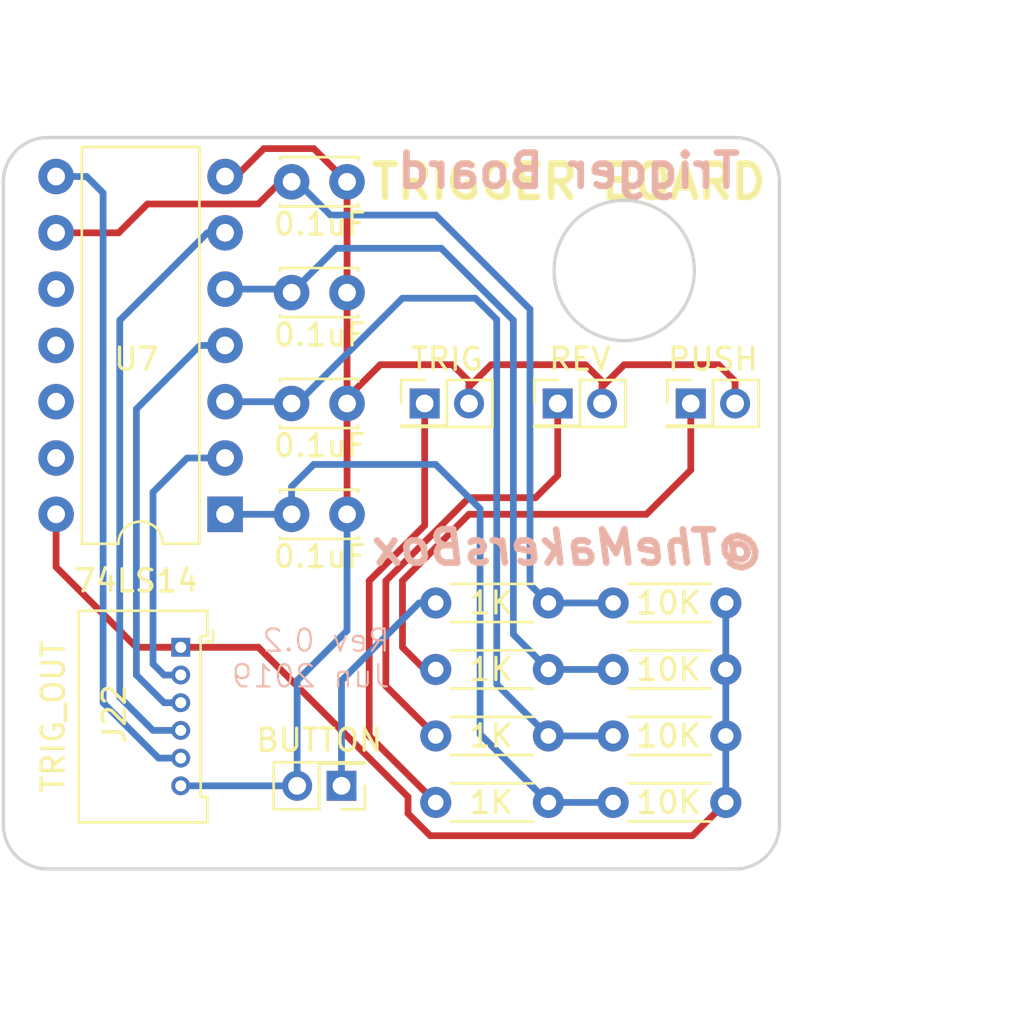
<source format=kicad_pcb>
(kicad_pcb (version 4) (host pcbnew 4.0.6)

  (general
    (links 34)
    (no_connects 0)
    (area 222.922999 85.665 271.419429 133.065001)
    (thickness 1.6)
    (drawings 27)
    (tracks 116)
    (zones 0)
    (modules 18)
    (nets 15)
  )

  (page A4)
  (title_block
    (date "lun. 30 mars 2015")
  )

  (layers
    (0 F.Cu signal)
    (31 B.Cu signal)
    (32 B.Adhes user)
    (33 F.Adhes user)
    (34 B.Paste user)
    (35 F.Paste user)
    (36 B.SilkS user)
    (37 F.SilkS user)
    (38 B.Mask user)
    (39 F.Mask user)
    (40 Dwgs.User user)
    (41 Cmts.User user)
    (42 Eco1.User user)
    (43 Eco2.User user)
    (44 Edge.Cuts user)
    (45 Margin user)
    (46 B.CrtYd user)
    (47 F.CrtYd user)
    (48 B.Fab user)
    (49 F.Fab user)
  )

  (setup
    (last_trace_width 0.25)
    (user_trace_width 0.254)
    (user_trace_width 0.3048)
    (user_trace_width 0.4064)
    (user_trace_width 0.6096)
    (user_trace_width 0.9144)
    (user_trace_width 1.524)
    (user_trace_width 2.032)
    (trace_clearance 0.2)
    (zone_clearance 0.508)
    (zone_45_only no)
    (trace_min 0.2)
    (segment_width 0.15)
    (edge_width 0.15)
    (via_size 0.6)
    (via_drill 0.4)
    (via_min_size 0.4)
    (via_min_drill 0.3)
    (uvia_size 0.3)
    (uvia_drill 0.1)
    (uvias_allowed no)
    (uvia_min_size 0.2)
    (uvia_min_drill 0.1)
    (pcb_text_width 0.3)
    (pcb_text_size 1.5 1.5)
    (mod_edge_width 0.15)
    (mod_text_size 1 1)
    (mod_text_width 0.15)
    (pad_size 3 3)
    (pad_drill 3)
    (pad_to_mask_clearance 0)
    (aux_axis_origin 110.998 126.365)
    (grid_origin 110.998 126.365)
    (visible_elements 7FFFFFFF)
    (pcbplotparams
      (layerselection 0x010f0_80000001)
      (usegerberextensions true)
      (excludeedgelayer true)
      (linewidth 0.100000)
      (plotframeref false)
      (viasonmask false)
      (mode 1)
      (useauxorigin false)
      (hpglpennumber 1)
      (hpglpenspeed 20)
      (hpglpendiameter 15)
      (hpglpenoverlay 2)
      (psnegative false)
      (psa4output false)
      (plotreference true)
      (plotvalue true)
      (plotinvisibletext false)
      (padsonsilk false)
      (subtractmaskfromsilk false)
      (outputformat 1)
      (mirror false)
      (drillshape 0)
      (scaleselection 1)
      (outputdirectory gerbers/))
  )

  (net 0 "")
  (net 1 GND)
  (net 2 VCC)
  (net 3 /TRIG)
  (net 4 "Net-(C6-Pad1)")
  (net 5 "Net-(C7-Pad1)")
  (net 6 "Net-(C8-Pad1)")
  (net 7 "Net-(C10-Pad1)")
  (net 8 "Net-(J6-Pad1)")
  (net 9 "Net-(J19-Pad1)")
  (net 10 "Net-(J20-Pad1)")
  (net 11 "Net-(J21-Pad1)")
  (net 12 /REV)
  (net 13 /PUSHER)
  (net 14 /BUTTON)

  (net_class Default "This is the default net class."
    (clearance 0.2)
    (trace_width 0.25)
    (via_dia 0.6)
    (via_drill 0.4)
    (uvia_dia 0.3)
    (uvia_drill 0.1)
    (add_net /BUTTON)
    (add_net /PUSHER)
    (add_net /REV)
    (add_net /TRIG)
    (add_net GND)
    (add_net "Net-(C10-Pad1)")
    (add_net "Net-(C6-Pad1)")
    (add_net "Net-(C7-Pad1)")
    (add_net "Net-(C8-Pad1)")
    (add_net "Net-(J19-Pad1)")
    (add_net "Net-(J20-Pad1)")
    (add_net "Net-(J21-Pad1)")
    (add_net "Net-(J6-Pad1)")
    (add_net VCC)
  )

  (module footprints:R__P5.08mm (layer F.Cu) (tedit 5CE6B6CD) (tstamp 5CDF7B01)
    (at 252.998 115.365)
    (descr "Resistor, Axial_DIN0204 series, Axial, Horizontal, pin pitch=5.08mm, 0.16666666666666666W = 1/6W, length*diameter=3.6*1.6mm^2, http://cdn-reichelt.de/documents/datenblatt/B400/1_4W%23YAG.pdf")
    (tags "Resistor Axial_DIN0204 series Axial Horizontal pin pitch 5.08mm 0.16666666666666666W = 1/6W length 3.6mm diameter 1.6mm")
    (path /5CE121EF)
    (fp_text reference R10 (at 0 0) (layer F.SilkS) hide
      (effects (font (size 1 1) (thickness 0.15)))
    )
    (fp_text value 10K (at 0 0) (layer F.SilkS)
      (effects (font (size 1 1) (thickness 0.15)))
    )
    (fp_line (start -1.76 -0.8) (end -1.76 0.8) (layer F.Fab) (width 0.1))
    (fp_line (start -1.76 0.8) (end 1.84 0.8) (layer F.Fab) (width 0.1))
    (fp_line (start 1.84 0.8) (end 1.84 -0.8) (layer F.Fab) (width 0.1))
    (fp_line (start 1.84 -0.8) (end -1.76 -0.8) (layer F.Fab) (width 0.1))
    (fp_line (start -2.5 0) (end -1.76 0) (layer F.Fab) (width 0.1))
    (fp_line (start 2.58 0) (end 1.84 0) (layer F.Fab) (width 0.1))
    (fp_line (start -1.82 -0.86) (end 1.9 -0.86) (layer F.SilkS) (width 0.12))
    (fp_line (start -1.82 0.86) (end 1.9 0.86) (layer F.SilkS) (width 0.12))
    (fp_line (start -3.45 -1.15) (end -3.45 1.15) (layer F.CrtYd) (width 0.05))
    (fp_line (start -3.45 1.15) (end 3.55 1.15) (layer F.CrtYd) (width 0.05))
    (fp_line (start 3.55 1.15) (end 3.55 -1.15) (layer F.CrtYd) (width 0.05))
    (fp_line (start 3.55 -1.15) (end -3.45 -1.15) (layer F.CrtYd) (width 0.05))
    (pad 1 thru_hole circle (at -2.5 0) (size 1.4 1.4) (drill 0.7) (layers *.Cu *.Mask)
      (net 6 "Net-(C8-Pad1)"))
    (pad 2 thru_hole oval (at 2.58 0) (size 1.4 1.4) (drill 0.7) (layers *.Cu *.Mask)
      (net 2 VCC))
    (model ${KISYS3DMOD}/Resistors_THT.3dshapes/R_Axial_DIN0204_L3.6mm_D1.6mm_P5.08mm_Horizontal.wrl
      (at (xyz 0 0 0))
      (scale (xyz 0.393701 0.393701 0.393701))
      (rotate (xyz 0 0 0))
    )
  )

  (module footprints:R__P5.08mm (layer F.Cu) (tedit 5CE6B6CD) (tstamp 5CDF7E49)
    (at 252.998 121.365)
    (descr "Resistor, Axial_DIN0204 series, Axial, Horizontal, pin pitch=5.08mm, 0.16666666666666666W = 1/6W, length*diameter=3.6*1.6mm^2, http://cdn-reichelt.de/documents/datenblatt/B400/1_4W%23YAG.pdf")
    (tags "Resistor Axial_DIN0204 series Axial Horizontal pin pitch 5.08mm 0.16666666666666666W = 1/6W length 3.6mm diameter 1.6mm")
    (path /5CE0DBDA)
    (fp_text reference R4 (at 0 0) (layer F.SilkS) hide
      (effects (font (size 1 1) (thickness 0.15)))
    )
    (fp_text value 10K (at 0 0) (layer F.SilkS)
      (effects (font (size 1 1) (thickness 0.15)))
    )
    (fp_line (start -1.76 -0.8) (end -1.76 0.8) (layer F.Fab) (width 0.1))
    (fp_line (start -1.76 0.8) (end 1.84 0.8) (layer F.Fab) (width 0.1))
    (fp_line (start 1.84 0.8) (end 1.84 -0.8) (layer F.Fab) (width 0.1))
    (fp_line (start 1.84 -0.8) (end -1.76 -0.8) (layer F.Fab) (width 0.1))
    (fp_line (start -2.5 0) (end -1.76 0) (layer F.Fab) (width 0.1))
    (fp_line (start 2.58 0) (end 1.84 0) (layer F.Fab) (width 0.1))
    (fp_line (start -1.82 -0.86) (end 1.9 -0.86) (layer F.SilkS) (width 0.12))
    (fp_line (start -1.82 0.86) (end 1.9 0.86) (layer F.SilkS) (width 0.12))
    (fp_line (start -3.45 -1.15) (end -3.45 1.15) (layer F.CrtYd) (width 0.05))
    (fp_line (start -3.45 1.15) (end 3.55 1.15) (layer F.CrtYd) (width 0.05))
    (fp_line (start 3.55 1.15) (end 3.55 -1.15) (layer F.CrtYd) (width 0.05))
    (fp_line (start 3.55 -1.15) (end -3.45 -1.15) (layer F.CrtYd) (width 0.05))
    (pad 1 thru_hole circle (at -2.5 0) (size 1.4 1.4) (drill 0.7) (layers *.Cu *.Mask)
      (net 4 "Net-(C6-Pad1)"))
    (pad 2 thru_hole oval (at 2.58 0) (size 1.4 1.4) (drill 0.7) (layers *.Cu *.Mask)
      (net 2 VCC))
    (model ${KISYS3DMOD}/Resistors_THT.3dshapes/R_Axial_DIN0204_L3.6mm_D1.6mm_P5.08mm_Horizontal.wrl
      (at (xyz 0 0 0))
      (scale (xyz 0.393701 0.393701 0.393701))
      (rotate (xyz 0 0 0))
    )
  )

  (module footprints:R__P5.08mm (layer F.Cu) (tedit 5CE6B6CD) (tstamp 5CDF7E55)
    (at 252.998 118.365)
    (descr "Resistor, Axial_DIN0204 series, Axial, Horizontal, pin pitch=5.08mm, 0.16666666666666666W = 1/6W, length*diameter=3.6*1.6mm^2, http://cdn-reichelt.de/documents/datenblatt/B400/1_4W%23YAG.pdf")
    (tags "Resistor Axial_DIN0204 series Axial Horizontal pin pitch 5.08mm 0.16666666666666666W = 1/6W length 3.6mm diameter 1.6mm")
    (path /5CE1198B)
    (fp_text reference R6 (at 0 0) (layer F.SilkS) hide
      (effects (font (size 1 1) (thickness 0.15)))
    )
    (fp_text value 10K (at 0 0) (layer F.SilkS)
      (effects (font (size 1 1) (thickness 0.15)))
    )
    (fp_line (start -1.76 -0.8) (end -1.76 0.8) (layer F.Fab) (width 0.1))
    (fp_line (start -1.76 0.8) (end 1.84 0.8) (layer F.Fab) (width 0.1))
    (fp_line (start 1.84 0.8) (end 1.84 -0.8) (layer F.Fab) (width 0.1))
    (fp_line (start 1.84 -0.8) (end -1.76 -0.8) (layer F.Fab) (width 0.1))
    (fp_line (start -2.5 0) (end -1.76 0) (layer F.Fab) (width 0.1))
    (fp_line (start 2.58 0) (end 1.84 0) (layer F.Fab) (width 0.1))
    (fp_line (start -1.82 -0.86) (end 1.9 -0.86) (layer F.SilkS) (width 0.12))
    (fp_line (start -1.82 0.86) (end 1.9 0.86) (layer F.SilkS) (width 0.12))
    (fp_line (start -3.45 -1.15) (end -3.45 1.15) (layer F.CrtYd) (width 0.05))
    (fp_line (start -3.45 1.15) (end 3.55 1.15) (layer F.CrtYd) (width 0.05))
    (fp_line (start 3.55 1.15) (end 3.55 -1.15) (layer F.CrtYd) (width 0.05))
    (fp_line (start 3.55 -1.15) (end -3.45 -1.15) (layer F.CrtYd) (width 0.05))
    (pad 1 thru_hole circle (at -2.5 0) (size 1.4 1.4) (drill 0.7) (layers *.Cu *.Mask)
      (net 5 "Net-(C7-Pad1)"))
    (pad 2 thru_hole oval (at 2.58 0) (size 1.4 1.4) (drill 0.7) (layers *.Cu *.Mask)
      (net 2 VCC))
    (model ${KISYS3DMOD}/Resistors_THT.3dshapes/R_Axial_DIN0204_L3.6mm_D1.6mm_P5.08mm_Horizontal.wrl
      (at (xyz 0 0 0))
      (scale (xyz 0.393701 0.393701 0.393701))
      (rotate (xyz 0 0 0))
    )
  )

  (module footprints:R__P5.08mm (layer F.Cu) (tedit 5CE6B6CD) (tstamp 5CDF7B07)
    (at 244.998 115.365)
    (descr "Resistor, Axial_DIN0204 series, Axial, Horizontal, pin pitch=5.08mm, 0.16666666666666666W = 1/6W, length*diameter=3.6*1.6mm^2, http://cdn-reichelt.de/documents/datenblatt/B400/1_4W%23YAG.pdf")
    (tags "Resistor Axial_DIN0204 series Axial Horizontal pin pitch 5.08mm 0.16666666666666666W = 1/6W length 3.6mm diameter 1.6mm")
    (path /5CE121F5)
    (fp_text reference R11 (at 0 0) (layer F.SilkS) hide
      (effects (font (size 1 1) (thickness 0.15)))
    )
    (fp_text value 1K (at 0 0) (layer F.SilkS)
      (effects (font (size 1 1) (thickness 0.15)))
    )
    (fp_line (start -1.76 -0.8) (end -1.76 0.8) (layer F.Fab) (width 0.1))
    (fp_line (start -1.76 0.8) (end 1.84 0.8) (layer F.Fab) (width 0.1))
    (fp_line (start 1.84 0.8) (end 1.84 -0.8) (layer F.Fab) (width 0.1))
    (fp_line (start 1.84 -0.8) (end -1.76 -0.8) (layer F.Fab) (width 0.1))
    (fp_line (start -2.5 0) (end -1.76 0) (layer F.Fab) (width 0.1))
    (fp_line (start 2.58 0) (end 1.84 0) (layer F.Fab) (width 0.1))
    (fp_line (start -1.82 -0.86) (end 1.9 -0.86) (layer F.SilkS) (width 0.12))
    (fp_line (start -1.82 0.86) (end 1.9 0.86) (layer F.SilkS) (width 0.12))
    (fp_line (start -3.45 -1.15) (end -3.45 1.15) (layer F.CrtYd) (width 0.05))
    (fp_line (start -3.45 1.15) (end 3.55 1.15) (layer F.CrtYd) (width 0.05))
    (fp_line (start 3.55 1.15) (end 3.55 -1.15) (layer F.CrtYd) (width 0.05))
    (fp_line (start 3.55 -1.15) (end -3.45 -1.15) (layer F.CrtYd) (width 0.05))
    (pad 1 thru_hole circle (at -2.5 0) (size 1.4 1.4) (drill 0.7) (layers *.Cu *.Mask)
      (net 10 "Net-(J20-Pad1)"))
    (pad 2 thru_hole oval (at 2.58 0) (size 1.4 1.4) (drill 0.7) (layers *.Cu *.Mask)
      (net 6 "Net-(C8-Pad1)"))
    (model ${KISYS3DMOD}/Resistors_THT.3dshapes/R_Axial_DIN0204_L3.6mm_D1.6mm_P5.08mm_Horizontal.wrl
      (at (xyz 0 0 0))
      (scale (xyz 0.393701 0.393701 0.393701))
      (rotate (xyz 0 0 0))
    )
  )

  (module footprints:R__P5.08mm (layer F.Cu) (tedit 5CE6B6CD) (tstamp 5CDF7E5B)
    (at 244.998 118.365)
    (descr "Resistor, Axial_DIN0204 series, Axial, Horizontal, pin pitch=5.08mm, 0.16666666666666666W = 1/6W, length*diameter=3.6*1.6mm^2, http://cdn-reichelt.de/documents/datenblatt/B400/1_4W%23YAG.pdf")
    (tags "Resistor Axial_DIN0204 series Axial Horizontal pin pitch 5.08mm 0.16666666666666666W = 1/6W length 3.6mm diameter 1.6mm")
    (path /5CE11991)
    (fp_text reference R7 (at 0 0) (layer F.SilkS) hide
      (effects (font (size 1 1) (thickness 0.15)))
    )
    (fp_text value 1K (at 0 0) (layer F.SilkS)
      (effects (font (size 1 1) (thickness 0.15)))
    )
    (fp_line (start -1.76 -0.8) (end -1.76 0.8) (layer F.Fab) (width 0.1))
    (fp_line (start -1.76 0.8) (end 1.84 0.8) (layer F.Fab) (width 0.1))
    (fp_line (start 1.84 0.8) (end 1.84 -0.8) (layer F.Fab) (width 0.1))
    (fp_line (start 1.84 -0.8) (end -1.76 -0.8) (layer F.Fab) (width 0.1))
    (fp_line (start -2.5 0) (end -1.76 0) (layer F.Fab) (width 0.1))
    (fp_line (start 2.58 0) (end 1.84 0) (layer F.Fab) (width 0.1))
    (fp_line (start -1.82 -0.86) (end 1.9 -0.86) (layer F.SilkS) (width 0.12))
    (fp_line (start -1.82 0.86) (end 1.9 0.86) (layer F.SilkS) (width 0.12))
    (fp_line (start -3.45 -1.15) (end -3.45 1.15) (layer F.CrtYd) (width 0.05))
    (fp_line (start -3.45 1.15) (end 3.55 1.15) (layer F.CrtYd) (width 0.05))
    (fp_line (start 3.55 1.15) (end 3.55 -1.15) (layer F.CrtYd) (width 0.05))
    (fp_line (start 3.55 -1.15) (end -3.45 -1.15) (layer F.CrtYd) (width 0.05))
    (pad 1 thru_hole circle (at -2.5 0) (size 1.4 1.4) (drill 0.7) (layers *.Cu *.Mask)
      (net 8 "Net-(J6-Pad1)"))
    (pad 2 thru_hole oval (at 2.58 0) (size 1.4 1.4) (drill 0.7) (layers *.Cu *.Mask)
      (net 5 "Net-(C7-Pad1)"))
    (model ${KISYS3DMOD}/Resistors_THT.3dshapes/R_Axial_DIN0204_L3.6mm_D1.6mm_P5.08mm_Horizontal.wrl
      (at (xyz 0 0 0))
      (scale (xyz 0.393701 0.393701 0.393701))
      (rotate (xyz 0 0 0))
    )
  )

  (module footprints:R__P5.08mm (layer F.Cu) (tedit 5CE6B6CD) (tstamp 5CDF7E4F)
    (at 244.998 121.365)
    (descr "Resistor, Axial_DIN0204 series, Axial, Horizontal, pin pitch=5.08mm, 0.16666666666666666W = 1/6W, length*diameter=3.6*1.6mm^2, http://cdn-reichelt.de/documents/datenblatt/B400/1_4W%23YAG.pdf")
    (tags "Resistor Axial_DIN0204 series Axial Horizontal pin pitch 5.08mm 0.16666666666666666W = 1/6W length 3.6mm diameter 1.6mm")
    (path /5CE0DCF4)
    (fp_text reference R5 (at 0 0) (layer F.SilkS) hide
      (effects (font (size 1 1) (thickness 0.15)))
    )
    (fp_text value 1K (at 0 0) (layer F.SilkS)
      (effects (font (size 1 1) (thickness 0.15)))
    )
    (fp_line (start -1.76 -0.8) (end -1.76 0.8) (layer F.Fab) (width 0.1))
    (fp_line (start -1.76 0.8) (end 1.84 0.8) (layer F.Fab) (width 0.1))
    (fp_line (start 1.84 0.8) (end 1.84 -0.8) (layer F.Fab) (width 0.1))
    (fp_line (start 1.84 -0.8) (end -1.76 -0.8) (layer F.Fab) (width 0.1))
    (fp_line (start -2.5 0) (end -1.76 0) (layer F.Fab) (width 0.1))
    (fp_line (start 2.58 0) (end 1.84 0) (layer F.Fab) (width 0.1))
    (fp_line (start -1.82 -0.86) (end 1.9 -0.86) (layer F.SilkS) (width 0.12))
    (fp_line (start -1.82 0.86) (end 1.9 0.86) (layer F.SilkS) (width 0.12))
    (fp_line (start -3.45 -1.15) (end -3.45 1.15) (layer F.CrtYd) (width 0.05))
    (fp_line (start -3.45 1.15) (end 3.55 1.15) (layer F.CrtYd) (width 0.05))
    (fp_line (start 3.55 1.15) (end 3.55 -1.15) (layer F.CrtYd) (width 0.05))
    (fp_line (start 3.55 -1.15) (end -3.45 -1.15) (layer F.CrtYd) (width 0.05))
    (pad 1 thru_hole circle (at -2.5 0) (size 1.4 1.4) (drill 0.7) (layers *.Cu *.Mask)
      (net 9 "Net-(J19-Pad1)"))
    (pad 2 thru_hole oval (at 2.58 0) (size 1.4 1.4) (drill 0.7) (layers *.Cu *.Mask)
      (net 4 "Net-(C6-Pad1)"))
    (model ${KISYS3DMOD}/Resistors_THT.3dshapes/R_Axial_DIN0204_L3.6mm_D1.6mm_P5.08mm_Horizontal.wrl
      (at (xyz 0 0 0))
      (scale (xyz 0.393701 0.393701 0.393701))
      (rotate (xyz 0 0 0))
    )
  )

  (module footprints:C_Disc_D3.4mm_W2.1mm_P2.50mm (layer F.Cu) (tedit 5CE5B76E) (tstamp 5CE76671)
    (at 235.998 108.365)
    (descr "C, Disc series, Radial, pin pitch=2.50mm, , diameter*width=3.4*2.1mm^2, Capacitor, http://www.vishay.com/docs/45233/krseries.pdf")
    (tags "C Disc series Radial pin pitch 2.50mm  diameter 3.4mm width 2.1mm Capacitor")
    (path /5CE0DDB2)
    (fp_text reference C6 (at 1.25 -2.36) (layer F.SilkS) hide
      (effects (font (size 1 1) (thickness 0.15)))
    )
    (fp_text value 0.1uF (at 1.27 1.905) (layer F.SilkS)
      (effects (font (size 1 1) (thickness 0.15)))
    )
    (fp_line (start -0.45 -1.05) (end -0.45 1.05) (layer F.Fab) (width 0.1))
    (fp_line (start -0.45 1.05) (end 2.95 1.05) (layer F.Fab) (width 0.1))
    (fp_line (start 2.95 1.05) (end 2.95 -1.05) (layer F.Fab) (width 0.1))
    (fp_line (start 2.95 -1.05) (end -0.45 -1.05) (layer F.Fab) (width 0.1))
    (fp_line (start -0.51 -1.11) (end 3.01 -1.11) (layer F.SilkS) (width 0.12))
    (fp_line (start -0.51 1.11) (end 3.01 1.11) (layer F.SilkS) (width 0.12))
    (fp_line (start -0.51 -1.11) (end -0.51 -0.996) (layer F.SilkS) (width 0.12))
    (fp_line (start -0.51 0.996) (end -0.51 1.11) (layer F.SilkS) (width 0.12))
    (fp_line (start 3.01 -1.11) (end 3.01 -0.996) (layer F.SilkS) (width 0.12))
    (fp_line (start 3.01 0.996) (end 3.01 1.11) (layer F.SilkS) (width 0.12))
    (fp_line (start -1.05 -1.4) (end -1.05 1.4) (layer F.CrtYd) (width 0.05))
    (fp_line (start -1.05 1.4) (end 3.55 1.4) (layer F.CrtYd) (width 0.05))
    (fp_line (start 3.55 1.4) (end 3.55 -1.4) (layer F.CrtYd) (width 0.05))
    (fp_line (start 3.55 -1.4) (end -1.05 -1.4) (layer F.CrtYd) (width 0.05))
    (fp_text user %R (at 1.25 0) (layer F.Fab)
      (effects (font (size 1 1) (thickness 0.15)))
    )
    (pad 1 thru_hole circle (at 0 0) (size 1.6 1.6) (drill 0.8) (layers *.Cu *.Mask)
      (net 4 "Net-(C6-Pad1)"))
    (pad 2 thru_hole circle (at 2.5 0) (size 1.6 1.6) (drill 0.8) (layers *.Cu *.Mask)
      (net 1 GND))
    (model ${KISYS3DMOD}/Capacitors_THT.3dshapes/C_Disc_D3.4mm_W2.1mm_P2.50mm.wrl
      (at (xyz 0 0 0))
      (scale (xyz 1 1 1))
      (rotate (xyz 0 0 0))
    )
  )

  (module footprints:C_Disc_D3.4mm_W2.1mm_P2.50mm (layer F.Cu) (tedit 5CE5B76E) (tstamp 5CE76685)
    (at 235.998 103.365)
    (descr "C, Disc series, Radial, pin pitch=2.50mm, , diameter*width=3.4*2.1mm^2, Capacitor, http://www.vishay.com/docs/45233/krseries.pdf")
    (tags "C Disc series Radial pin pitch 2.50mm  diameter 3.4mm width 2.1mm Capacitor")
    (path /5CE11997)
    (fp_text reference C7 (at 1.25 -2.36) (layer F.SilkS) hide
      (effects (font (size 1 1) (thickness 0.15)))
    )
    (fp_text value 0.1uF (at 1.27 1.905) (layer F.SilkS)
      (effects (font (size 1 1) (thickness 0.15)))
    )
    (fp_line (start -0.45 -1.05) (end -0.45 1.05) (layer F.Fab) (width 0.1))
    (fp_line (start -0.45 1.05) (end 2.95 1.05) (layer F.Fab) (width 0.1))
    (fp_line (start 2.95 1.05) (end 2.95 -1.05) (layer F.Fab) (width 0.1))
    (fp_line (start 2.95 -1.05) (end -0.45 -1.05) (layer F.Fab) (width 0.1))
    (fp_line (start -0.51 -1.11) (end 3.01 -1.11) (layer F.SilkS) (width 0.12))
    (fp_line (start -0.51 1.11) (end 3.01 1.11) (layer F.SilkS) (width 0.12))
    (fp_line (start -0.51 -1.11) (end -0.51 -0.996) (layer F.SilkS) (width 0.12))
    (fp_line (start -0.51 0.996) (end -0.51 1.11) (layer F.SilkS) (width 0.12))
    (fp_line (start 3.01 -1.11) (end 3.01 -0.996) (layer F.SilkS) (width 0.12))
    (fp_line (start 3.01 0.996) (end 3.01 1.11) (layer F.SilkS) (width 0.12))
    (fp_line (start -1.05 -1.4) (end -1.05 1.4) (layer F.CrtYd) (width 0.05))
    (fp_line (start -1.05 1.4) (end 3.55 1.4) (layer F.CrtYd) (width 0.05))
    (fp_line (start 3.55 1.4) (end 3.55 -1.4) (layer F.CrtYd) (width 0.05))
    (fp_line (start 3.55 -1.4) (end -1.05 -1.4) (layer F.CrtYd) (width 0.05))
    (fp_text user %R (at 1.25 0) (layer F.Fab)
      (effects (font (size 1 1) (thickness 0.15)))
    )
    (pad 1 thru_hole circle (at 0 0) (size 1.6 1.6) (drill 0.8) (layers *.Cu *.Mask)
      (net 5 "Net-(C7-Pad1)"))
    (pad 2 thru_hole circle (at 2.5 0) (size 1.6 1.6) (drill 0.8) (layers *.Cu *.Mask)
      (net 1 GND))
    (model ${KISYS3DMOD}/Capacitors_THT.3dshapes/C_Disc_D3.4mm_W2.1mm_P2.50mm.wrl
      (at (xyz 0 0 0))
      (scale (xyz 1 1 1))
      (rotate (xyz 0 0 0))
    )
  )

  (module footprints:C_Disc_D3.4mm_W2.1mm_P2.50mm (layer F.Cu) (tedit 5CE5B76E) (tstamp 5CE76699)
    (at 235.998 98.365)
    (descr "C, Disc series, Radial, pin pitch=2.50mm, , diameter*width=3.4*2.1mm^2, Capacitor, http://www.vishay.com/docs/45233/krseries.pdf")
    (tags "C Disc series Radial pin pitch 2.50mm  diameter 3.4mm width 2.1mm Capacitor")
    (path /5CE121FB)
    (fp_text reference C8 (at 1.25 -2.36) (layer F.SilkS) hide
      (effects (font (size 1 1) (thickness 0.15)))
    )
    (fp_text value 0.1uF (at 1.27 1.905) (layer F.SilkS)
      (effects (font (size 1 1) (thickness 0.15)))
    )
    (fp_line (start -0.45 -1.05) (end -0.45 1.05) (layer F.Fab) (width 0.1))
    (fp_line (start -0.45 1.05) (end 2.95 1.05) (layer F.Fab) (width 0.1))
    (fp_line (start 2.95 1.05) (end 2.95 -1.05) (layer F.Fab) (width 0.1))
    (fp_line (start 2.95 -1.05) (end -0.45 -1.05) (layer F.Fab) (width 0.1))
    (fp_line (start -0.51 -1.11) (end 3.01 -1.11) (layer F.SilkS) (width 0.12))
    (fp_line (start -0.51 1.11) (end 3.01 1.11) (layer F.SilkS) (width 0.12))
    (fp_line (start -0.51 -1.11) (end -0.51 -0.996) (layer F.SilkS) (width 0.12))
    (fp_line (start -0.51 0.996) (end -0.51 1.11) (layer F.SilkS) (width 0.12))
    (fp_line (start 3.01 -1.11) (end 3.01 -0.996) (layer F.SilkS) (width 0.12))
    (fp_line (start 3.01 0.996) (end 3.01 1.11) (layer F.SilkS) (width 0.12))
    (fp_line (start -1.05 -1.4) (end -1.05 1.4) (layer F.CrtYd) (width 0.05))
    (fp_line (start -1.05 1.4) (end 3.55 1.4) (layer F.CrtYd) (width 0.05))
    (fp_line (start 3.55 1.4) (end 3.55 -1.4) (layer F.CrtYd) (width 0.05))
    (fp_line (start 3.55 -1.4) (end -1.05 -1.4) (layer F.CrtYd) (width 0.05))
    (fp_text user %R (at 1.25 0) (layer F.Fab)
      (effects (font (size 1 1) (thickness 0.15)))
    )
    (pad 1 thru_hole circle (at 0 0) (size 1.6 1.6) (drill 0.8) (layers *.Cu *.Mask)
      (net 6 "Net-(C8-Pad1)"))
    (pad 2 thru_hole circle (at 2.5 0) (size 1.6 1.6) (drill 0.8) (layers *.Cu *.Mask)
      (net 1 GND))
    (model ${KISYS3DMOD}/Capacitors_THT.3dshapes/C_Disc_D3.4mm_W2.1mm_P2.50mm.wrl
      (at (xyz 0 0 0))
      (scale (xyz 1 1 1))
      (rotate (xyz 0 0 0))
    )
  )

  (module footprints:C_Disc_D3.4mm_W2.1mm_P2.50mm (layer F.Cu) (tedit 5CE5B76E) (tstamp 5CF7D7FB)
    (at 235.998 93.365)
    (descr "C, Disc series, Radial, pin pitch=2.50mm, , diameter*width=3.4*2.1mm^2, Capacitor, http://www.vishay.com/docs/45233/krseries.pdf")
    (tags "C Disc series Radial pin pitch 2.50mm  diameter 3.4mm width 2.1mm Capacitor")
    (path /5CFBC345)
    (fp_text reference C10 (at 1.25 -2.36) (layer F.SilkS) hide
      (effects (font (size 1 1) (thickness 0.15)))
    )
    (fp_text value 0.1uF (at 1.27 1.905) (layer F.SilkS)
      (effects (font (size 1 1) (thickness 0.15)))
    )
    (fp_line (start -0.45 -1.05) (end -0.45 1.05) (layer F.Fab) (width 0.1))
    (fp_line (start -0.45 1.05) (end 2.95 1.05) (layer F.Fab) (width 0.1))
    (fp_line (start 2.95 1.05) (end 2.95 -1.05) (layer F.Fab) (width 0.1))
    (fp_line (start 2.95 -1.05) (end -0.45 -1.05) (layer F.Fab) (width 0.1))
    (fp_line (start -0.51 -1.11) (end 3.01 -1.11) (layer F.SilkS) (width 0.12))
    (fp_line (start -0.51 1.11) (end 3.01 1.11) (layer F.SilkS) (width 0.12))
    (fp_line (start -0.51 -1.11) (end -0.51 -0.996) (layer F.SilkS) (width 0.12))
    (fp_line (start -0.51 0.996) (end -0.51 1.11) (layer F.SilkS) (width 0.12))
    (fp_line (start 3.01 -1.11) (end 3.01 -0.996) (layer F.SilkS) (width 0.12))
    (fp_line (start 3.01 0.996) (end 3.01 1.11) (layer F.SilkS) (width 0.12))
    (fp_line (start -1.05 -1.4) (end -1.05 1.4) (layer F.CrtYd) (width 0.05))
    (fp_line (start -1.05 1.4) (end 3.55 1.4) (layer F.CrtYd) (width 0.05))
    (fp_line (start 3.55 1.4) (end 3.55 -1.4) (layer F.CrtYd) (width 0.05))
    (fp_line (start 3.55 -1.4) (end -1.05 -1.4) (layer F.CrtYd) (width 0.05))
    (fp_text user %R (at 1.25 0) (layer F.Fab)
      (effects (font (size 1 1) (thickness 0.15)))
    )
    (pad 1 thru_hole circle (at 0 0) (size 1.6 1.6) (drill 0.8) (layers *.Cu *.Mask)
      (net 7 "Net-(C10-Pad1)"))
    (pad 2 thru_hole circle (at 2.5 0) (size 1.6 1.6) (drill 0.8) (layers *.Cu *.Mask)
      (net 1 GND))
    (model ${KISYS3DMOD}/Capacitors_THT.3dshapes/C_Disc_D3.4mm_W2.1mm_P2.50mm.wrl
      (at (xyz 0 0 0))
      (scale (xyz 1 1 1))
      (rotate (xyz 0 0 0))
    )
  )

  (module Pin_Headers:Pin_Header_Straight_2x01_Pitch2.00mm (layer F.Cu) (tedit 5CF938D1) (tstamp 5CF7D813)
    (at 241.998 103.365)
    (descr "Through hole straight pin header, 2x01, 2.00mm pitch, double rows")
    (tags "Through hole pin header THT 2x01 2.00mm double row")
    (path /5CFB4D63)
    (fp_text reference J19 (at 1 -2.06) (layer F.SilkS) hide
      (effects (font (size 1 1) (thickness 0.15)))
    )
    (fp_text value TRIG (at 1 -2) (layer F.SilkS)
      (effects (font (size 1 1) (thickness 0.15)))
    )
    (fp_line (start 0 -1) (end 3 -1) (layer F.Fab) (width 0.1))
    (fp_line (start 3 -1) (end 3 1) (layer F.Fab) (width 0.1))
    (fp_line (start 3 1) (end -1 1) (layer F.Fab) (width 0.1))
    (fp_line (start -1 1) (end -1 0) (layer F.Fab) (width 0.1))
    (fp_line (start -1 0) (end 0 -1) (layer F.Fab) (width 0.1))
    (fp_line (start -1.06 1.06) (end 3.06 1.06) (layer F.SilkS) (width 0.12))
    (fp_line (start -1.06 1) (end -1.06 1.06) (layer F.SilkS) (width 0.12))
    (fp_line (start 3.06 -1.06) (end 3.06 1.06) (layer F.SilkS) (width 0.12))
    (fp_line (start -1.06 1) (end 1 1) (layer F.SilkS) (width 0.12))
    (fp_line (start 1 1) (end 1 -1.06) (layer F.SilkS) (width 0.12))
    (fp_line (start 1 -1.06) (end 3.06 -1.06) (layer F.SilkS) (width 0.12))
    (fp_line (start -1.06 0) (end -1.06 -1.06) (layer F.SilkS) (width 0.12))
    (fp_line (start -1.06 -1.06) (end 0 -1.06) (layer F.SilkS) (width 0.12))
    (fp_line (start -1.5 -1.5) (end -1.5 1.5) (layer F.CrtYd) (width 0.05))
    (fp_line (start -1.5 1.5) (end 3.5 1.5) (layer F.CrtYd) (width 0.05))
    (fp_line (start 3.5 1.5) (end 3.5 -1.5) (layer F.CrtYd) (width 0.05))
    (fp_line (start 3.5 -1.5) (end -1.5 -1.5) (layer F.CrtYd) (width 0.05))
    (fp_text user %R (at 1 0 90) (layer F.Fab)
      (effects (font (size 1 1) (thickness 0.15)))
    )
    (pad 1 thru_hole rect (at 0 0) (size 1.35 1.35) (drill 0.8) (layers *.Cu *.Mask)
      (net 9 "Net-(J19-Pad1)"))
    (pad 2 thru_hole oval (at 2 0) (size 1.35 1.35) (drill 0.8) (layers *.Cu *.Mask)
      (net 1 GND))
    (model ${KISYS3DMOD}/Pin_Headers.3dshapes/Pin_Header_Straight_2x01_Pitch2.00mm.wrl
      (at (xyz 0 0 0))
      (scale (xyz 1 1 1))
      (rotate (xyz 0 0 0))
    )
  )

  (module Pin_Headers:Pin_Header_Straight_2x01_Pitch2.00mm (layer F.Cu) (tedit 5CF938D5) (tstamp 5CF7D82B)
    (at 253.998 103.365)
    (descr "Through hole straight pin header, 2x01, 2.00mm pitch, double rows")
    (tags "Through hole pin header THT 2x01 2.00mm double row")
    (path /5CFB530C)
    (fp_text reference J20 (at 1 -2.06) (layer F.SilkS) hide
      (effects (font (size 1 1) (thickness 0.15)))
    )
    (fp_text value PUSH (at 1 -2) (layer F.SilkS)
      (effects (font (size 1 1) (thickness 0.15)))
    )
    (fp_line (start 0 -1) (end 3 -1) (layer F.Fab) (width 0.1))
    (fp_line (start 3 -1) (end 3 1) (layer F.Fab) (width 0.1))
    (fp_line (start 3 1) (end -1 1) (layer F.Fab) (width 0.1))
    (fp_line (start -1 1) (end -1 0) (layer F.Fab) (width 0.1))
    (fp_line (start -1 0) (end 0 -1) (layer F.Fab) (width 0.1))
    (fp_line (start -1.06 1.06) (end 3.06 1.06) (layer F.SilkS) (width 0.12))
    (fp_line (start -1.06 1) (end -1.06 1.06) (layer F.SilkS) (width 0.12))
    (fp_line (start 3.06 -1.06) (end 3.06 1.06) (layer F.SilkS) (width 0.12))
    (fp_line (start -1.06 1) (end 1 1) (layer F.SilkS) (width 0.12))
    (fp_line (start 1 1) (end 1 -1.06) (layer F.SilkS) (width 0.12))
    (fp_line (start 1 -1.06) (end 3.06 -1.06) (layer F.SilkS) (width 0.12))
    (fp_line (start -1.06 0) (end -1.06 -1.06) (layer F.SilkS) (width 0.12))
    (fp_line (start -1.06 -1.06) (end 0 -1.06) (layer F.SilkS) (width 0.12))
    (fp_line (start -1.5 -1.5) (end -1.5 1.5) (layer F.CrtYd) (width 0.05))
    (fp_line (start -1.5 1.5) (end 3.5 1.5) (layer F.CrtYd) (width 0.05))
    (fp_line (start 3.5 1.5) (end 3.5 -1.5) (layer F.CrtYd) (width 0.05))
    (fp_line (start 3.5 -1.5) (end -1.5 -1.5) (layer F.CrtYd) (width 0.05))
    (fp_text user %R (at 1 0 90) (layer F.Fab)
      (effects (font (size 1 1) (thickness 0.15)))
    )
    (pad 1 thru_hole rect (at 0 0) (size 1.35 1.35) (drill 0.8) (layers *.Cu *.Mask)
      (net 10 "Net-(J20-Pad1)"))
    (pad 2 thru_hole oval (at 2 0) (size 1.35 1.35) (drill 0.8) (layers *.Cu *.Mask)
      (net 1 GND))
    (model ${KISYS3DMOD}/Pin_Headers.3dshapes/Pin_Header_Straight_2x01_Pitch2.00mm.wrl
      (at (xyz 0 0 0))
      (scale (xyz 1 1 1))
      (rotate (xyz 0 0 0))
    )
  )

  (module Pin_Headers:Pin_Header_Straight_2x01_Pitch2.00mm (layer F.Cu) (tedit 5CF81F29) (tstamp 5CF7D843)
    (at 238.248 120.615 180)
    (descr "Through hole straight pin header, 2x01, 2.00mm pitch, double rows")
    (tags "Through hole pin header THT 2x01 2.00mm double row")
    (path /5CFBC365)
    (fp_text reference J21 (at 1 -2.06 180) (layer F.SilkS) hide
      (effects (font (size 1 1) (thickness 0.15)))
    )
    (fp_text value BUTTON (at 1 2.06 180) (layer F.SilkS)
      (effects (font (size 1 1) (thickness 0.15)))
    )
    (fp_line (start 0 -1) (end 3 -1) (layer F.Fab) (width 0.1))
    (fp_line (start 3 -1) (end 3 1) (layer F.Fab) (width 0.1))
    (fp_line (start 3 1) (end -1 1) (layer F.Fab) (width 0.1))
    (fp_line (start -1 1) (end -1 0) (layer F.Fab) (width 0.1))
    (fp_line (start -1 0) (end 0 -1) (layer F.Fab) (width 0.1))
    (fp_line (start -1.06 1.06) (end 3.06 1.06) (layer F.SilkS) (width 0.12))
    (fp_line (start -1.06 1) (end -1.06 1.06) (layer F.SilkS) (width 0.12))
    (fp_line (start 3.06 -1.06) (end 3.06 1.06) (layer F.SilkS) (width 0.12))
    (fp_line (start -1.06 1) (end 1 1) (layer F.SilkS) (width 0.12))
    (fp_line (start 1 1) (end 1 -1.06) (layer F.SilkS) (width 0.12))
    (fp_line (start 1 -1.06) (end 3.06 -1.06) (layer F.SilkS) (width 0.12))
    (fp_line (start -1.06 0) (end -1.06 -1.06) (layer F.SilkS) (width 0.12))
    (fp_line (start -1.06 -1.06) (end 0 -1.06) (layer F.SilkS) (width 0.12))
    (fp_line (start -1.5 -1.5) (end -1.5 1.5) (layer F.CrtYd) (width 0.05))
    (fp_line (start -1.5 1.5) (end 3.5 1.5) (layer F.CrtYd) (width 0.05))
    (fp_line (start 3.5 1.5) (end 3.5 -1.5) (layer F.CrtYd) (width 0.05))
    (fp_line (start 3.5 -1.5) (end -1.5 -1.5) (layer F.CrtYd) (width 0.05))
    (fp_text user %R (at 1 0 270) (layer F.Fab)
      (effects (font (size 1 1) (thickness 0.15)))
    )
    (pad 1 thru_hole rect (at 0 0 180) (size 1.35 1.35) (drill 0.8) (layers *.Cu *.Mask)
      (net 11 "Net-(J21-Pad1)"))
    (pad 2 thru_hole oval (at 2 0 180) (size 1.35 1.35) (drill 0.8) (layers *.Cu *.Mask)
      (net 1 GND))
    (model ${KISYS3DMOD}/Pin_Headers.3dshapes/Pin_Header_Straight_2x01_Pitch2.00mm.wrl
      (at (xyz 0 0 0))
      (scale (xyz 1 1 1))
      (rotate (xyz 0 0 0))
    )
  )

  (module Connectors_Molex:Molex_PicoBlade_53048-0610_06x1.25mm_Angled (layer F.Cu) (tedit 5CF81F21) (tstamp 5CF7D870)
    (at 230.998 114.365 270)
    (descr "Molex PicoBlade, single row, side entry type, through hole, PN:53048-0610")
    (tags "connector molex picoblade")
    (path /5CFC06DE)
    (fp_text reference J22 (at 3 3 270) (layer F.SilkS)
      (effects (font (size 1 1) (thickness 0.15)))
    )
    (fp_text value TRIG_OUT (at 3.125 5.75 270) (layer F.SilkS)
      (effects (font (size 1 1) (thickness 0.15)))
    )
    (fp_line (start -0.25 -1.15) (end -0.25 -1.45) (layer F.SilkS) (width 0.12))
    (fp_line (start -0.25 -1.45) (end -0.75 -1.45) (layer F.SilkS) (width 0.12))
    (fp_line (start -0.25 -1.15) (end -0.25 -1.45) (layer F.Fab) (width 0.1))
    (fp_line (start -0.25 -1.45) (end -0.75 -1.45) (layer F.Fab) (width 0.1))
    (fp_line (start 3.1 -1.25) (end -0.15 -1.25) (layer F.CrtYd) (width 0.05))
    (fp_line (start -0.15 -1.25) (end -0.15 -1.55) (layer F.CrtYd) (width 0.05))
    (fp_line (start -0.15 -1.55) (end -2 -1.55) (layer F.CrtYd) (width 0.05))
    (fp_line (start -2 -1.55) (end -2 4.95) (layer F.CrtYd) (width 0.05))
    (fp_line (start -2 4.95) (end 3.1 4.95) (layer F.CrtYd) (width 0.05))
    (fp_line (start 3.1 -1.25) (end 6.4 -1.25) (layer F.CrtYd) (width 0.05))
    (fp_line (start 6.4 -1.25) (end 6.4 -1.55) (layer F.CrtYd) (width 0.05))
    (fp_line (start 6.4 -1.55) (end 8.25 -1.55) (layer F.CrtYd) (width 0.05))
    (fp_line (start 8.25 -1.55) (end 8.25 4.95) (layer F.CrtYd) (width 0.05))
    (fp_line (start 8.25 4.95) (end 3.1 4.95) (layer F.CrtYd) (width 0.05))
    (fp_line (start 3.125 -0.75) (end -0.65 -0.75) (layer F.Fab) (width 0.1))
    (fp_line (start -0.65 -0.75) (end -0.65 -1.05) (layer F.Fab) (width 0.1))
    (fp_line (start -0.65 -1.05) (end -1.5 -1.05) (layer F.Fab) (width 0.1))
    (fp_line (start -1.5 -1.05) (end -1.5 4.45) (layer F.Fab) (width 0.1))
    (fp_line (start -1.5 4.45) (end 3.125 4.45) (layer F.Fab) (width 0.1))
    (fp_line (start 3.125 -0.75) (end 6.9 -0.75) (layer F.Fab) (width 0.1))
    (fp_line (start 6.9 -0.75) (end 6.9 -1.05) (layer F.Fab) (width 0.1))
    (fp_line (start 6.9 -1.05) (end 7.75 -1.05) (layer F.Fab) (width 0.1))
    (fp_line (start 7.75 -1.05) (end 7.75 4.45) (layer F.Fab) (width 0.1))
    (fp_line (start 7.75 4.45) (end 3.125 4.45) (layer F.Fab) (width 0.1))
    (fp_line (start 3.125 -0.9) (end -0.5 -0.9) (layer F.SilkS) (width 0.12))
    (fp_line (start -0.5 -0.9) (end -0.5 -1.2) (layer F.SilkS) (width 0.12))
    (fp_line (start -0.5 -1.2) (end -1.65 -1.2) (layer F.SilkS) (width 0.12))
    (fp_line (start -1.65 -1.2) (end -1.65 4.6) (layer F.SilkS) (width 0.12))
    (fp_line (start -1.65 4.6) (end 3.125 4.6) (layer F.SilkS) (width 0.12))
    (fp_line (start 3.125 -0.9) (end 6.75 -0.9) (layer F.SilkS) (width 0.12))
    (fp_line (start 6.75 -0.9) (end 6.75 -1.2) (layer F.SilkS) (width 0.12))
    (fp_line (start 6.75 -1.2) (end 7.9 -1.2) (layer F.SilkS) (width 0.12))
    (fp_line (start 7.9 -1.2) (end 7.9 4.6) (layer F.SilkS) (width 0.12))
    (fp_line (start 7.9 4.6) (end 3.125 4.6) (layer F.SilkS) (width 0.12))
    (fp_text user %R (at 3.125 3 270) (layer F.Fab)
      (effects (font (size 1 1) (thickness 0.15)))
    )
    (pad 1 thru_hole rect (at 0 0 270) (size 0.85 0.85) (drill 0.5) (layers *.Cu *.Mask)
      (net 2 VCC))
    (pad 2 thru_hole circle (at 1.25 0 270) (size 0.85 0.85) (drill 0.5) (layers *.Cu *.Mask)
      (net 3 /TRIG))
    (pad 3 thru_hole circle (at 2.5 0 270) (size 0.85 0.85) (drill 0.5) (layers *.Cu *.Mask)
      (net 12 /REV))
    (pad 4 thru_hole circle (at 3.75 0 270) (size 0.85 0.85) (drill 0.5) (layers *.Cu *.Mask)
      (net 13 /PUSHER))
    (pad 5 thru_hole circle (at 5 0 270) (size 0.85 0.85) (drill 0.5) (layers *.Cu *.Mask)
      (net 14 /BUTTON))
    (pad 6 thru_hole circle (at 6.25 0 270) (size 0.85 0.85) (drill 0.5) (layers *.Cu *.Mask)
      (net 1 GND))
    (model ${KISYS3DMOD}/Connectors_Molex.3dshapes/Molex_PicoBlade_53048-0610_06x1.25mm_Angled.wrl
      (at (xyz 0 0 0))
      (scale (xyz 1 1 1))
      (rotate (xyz 0 0 0))
    )
  )

  (module footprints:R__P5.08mm (layer F.Cu) (tedit 5CE6B6CD) (tstamp 5CF7D8AF)
    (at 244.998 112.365)
    (descr "Resistor, Axial_DIN0204 series, Axial, Horizontal, pin pitch=5.08mm, 0.16666666666666666W = 1/6W, length*diameter=3.6*1.6mm^2, http://cdn-reichelt.de/documents/datenblatt/B400/1_4W%23YAG.pdf")
    (tags "Resistor Axial_DIN0204 series Axial Horizontal pin pitch 5.08mm 0.16666666666666666W = 1/6W length 3.6mm diameter 1.6mm")
    (path /5CFBC33F)
    (fp_text reference R18 (at 0 0) (layer F.SilkS) hide
      (effects (font (size 1 1) (thickness 0.15)))
    )
    (fp_text value 1K (at 0 0) (layer F.SilkS)
      (effects (font (size 1 1) (thickness 0.15)))
    )
    (fp_line (start -1.76 -0.8) (end -1.76 0.8) (layer F.Fab) (width 0.1))
    (fp_line (start -1.76 0.8) (end 1.84 0.8) (layer F.Fab) (width 0.1))
    (fp_line (start 1.84 0.8) (end 1.84 -0.8) (layer F.Fab) (width 0.1))
    (fp_line (start 1.84 -0.8) (end -1.76 -0.8) (layer F.Fab) (width 0.1))
    (fp_line (start -2.5 0) (end -1.76 0) (layer F.Fab) (width 0.1))
    (fp_line (start 2.58 0) (end 1.84 0) (layer F.Fab) (width 0.1))
    (fp_line (start -1.82 -0.86) (end 1.9 -0.86) (layer F.SilkS) (width 0.12))
    (fp_line (start -1.82 0.86) (end 1.9 0.86) (layer F.SilkS) (width 0.12))
    (fp_line (start -3.45 -1.15) (end -3.45 1.15) (layer F.CrtYd) (width 0.05))
    (fp_line (start -3.45 1.15) (end 3.55 1.15) (layer F.CrtYd) (width 0.05))
    (fp_line (start 3.55 1.15) (end 3.55 -1.15) (layer F.CrtYd) (width 0.05))
    (fp_line (start 3.55 -1.15) (end -3.45 -1.15) (layer F.CrtYd) (width 0.05))
    (pad 1 thru_hole circle (at -2.5 0) (size 1.4 1.4) (drill 0.7) (layers *.Cu *.Mask)
      (net 11 "Net-(J21-Pad1)"))
    (pad 2 thru_hole oval (at 2.58 0) (size 1.4 1.4) (drill 0.7) (layers *.Cu *.Mask)
      (net 7 "Net-(C10-Pad1)"))
    (model ${KISYS3DMOD}/Resistors_THT.3dshapes/R_Axial_DIN0204_L3.6mm_D1.6mm_P5.08mm_Horizontal.wrl
      (at (xyz 0 0 0))
      (scale (xyz 0.393701 0.393701 0.393701))
      (rotate (xyz 0 0 0))
    )
  )

  (module footprints:R__P5.08mm (layer F.Cu) (tedit 5CE6B6CD) (tstamp 5CF7D8C1)
    (at 252.998 112.365)
    (descr "Resistor, Axial_DIN0204 series, Axial, Horizontal, pin pitch=5.08mm, 0.16666666666666666W = 1/6W, length*diameter=3.6*1.6mm^2, http://cdn-reichelt.de/documents/datenblatt/B400/1_4W%23YAG.pdf")
    (tags "Resistor Axial_DIN0204 series Axial Horizontal pin pitch 5.08mm 0.16666666666666666W = 1/6W length 3.6mm diameter 1.6mm")
    (path /5CFBC339)
    (fp_text reference R19 (at 0 0) (layer F.SilkS) hide
      (effects (font (size 1 1) (thickness 0.15)))
    )
    (fp_text value 10K (at 0 0) (layer F.SilkS)
      (effects (font (size 1 1) (thickness 0.15)))
    )
    (fp_line (start -1.76 -0.8) (end -1.76 0.8) (layer F.Fab) (width 0.1))
    (fp_line (start -1.76 0.8) (end 1.84 0.8) (layer F.Fab) (width 0.1))
    (fp_line (start 1.84 0.8) (end 1.84 -0.8) (layer F.Fab) (width 0.1))
    (fp_line (start 1.84 -0.8) (end -1.76 -0.8) (layer F.Fab) (width 0.1))
    (fp_line (start -2.5 0) (end -1.76 0) (layer F.Fab) (width 0.1))
    (fp_line (start 2.58 0) (end 1.84 0) (layer F.Fab) (width 0.1))
    (fp_line (start -1.82 -0.86) (end 1.9 -0.86) (layer F.SilkS) (width 0.12))
    (fp_line (start -1.82 0.86) (end 1.9 0.86) (layer F.SilkS) (width 0.12))
    (fp_line (start -3.45 -1.15) (end -3.45 1.15) (layer F.CrtYd) (width 0.05))
    (fp_line (start -3.45 1.15) (end 3.55 1.15) (layer F.CrtYd) (width 0.05))
    (fp_line (start 3.55 1.15) (end 3.55 -1.15) (layer F.CrtYd) (width 0.05))
    (fp_line (start 3.55 -1.15) (end -3.45 -1.15) (layer F.CrtYd) (width 0.05))
    (pad 1 thru_hole circle (at -2.5 0) (size 1.4 1.4) (drill 0.7) (layers *.Cu *.Mask)
      (net 7 "Net-(C10-Pad1)"))
    (pad 2 thru_hole oval (at 2.58 0) (size 1.4 1.4) (drill 0.7) (layers *.Cu *.Mask)
      (net 2 VCC))
    (model ${KISYS3DMOD}/Resistors_THT.3dshapes/R_Axial_DIN0204_L3.6mm_D1.6mm_P5.08mm_Horizontal.wrl
      (at (xyz 0 0 0))
      (scale (xyz 0.393701 0.393701 0.393701))
      (rotate (xyz 0 0 0))
    )
  )

  (module Pin_Headers:Pin_Header_Straight_2x01_Pitch2.00mm (layer F.Cu) (tedit 5CF938D3) (tstamp 5CF7DB58)
    (at 247.998 103.365)
    (descr "Through hole straight pin header, 2x01, 2.00mm pitch, double rows")
    (tags "Through hole pin header THT 2x01 2.00mm double row")
    (path /5CFB521F)
    (fp_text reference J6 (at 1 -2.06) (layer F.SilkS) hide
      (effects (font (size 1 1) (thickness 0.15)))
    )
    (fp_text value REV (at 1 -2) (layer F.SilkS)
      (effects (font (size 1 1) (thickness 0.15)))
    )
    (fp_line (start 0 -1) (end 3 -1) (layer F.Fab) (width 0.1))
    (fp_line (start 3 -1) (end 3 1) (layer F.Fab) (width 0.1))
    (fp_line (start 3 1) (end -1 1) (layer F.Fab) (width 0.1))
    (fp_line (start -1 1) (end -1 0) (layer F.Fab) (width 0.1))
    (fp_line (start -1 0) (end 0 -1) (layer F.Fab) (width 0.1))
    (fp_line (start -1.06 1.06) (end 3.06 1.06) (layer F.SilkS) (width 0.12))
    (fp_line (start -1.06 1) (end -1.06 1.06) (layer F.SilkS) (width 0.12))
    (fp_line (start 3.06 -1.06) (end 3.06 1.06) (layer F.SilkS) (width 0.12))
    (fp_line (start -1.06 1) (end 1 1) (layer F.SilkS) (width 0.12))
    (fp_line (start 1 1) (end 1 -1.06) (layer F.SilkS) (width 0.12))
    (fp_line (start 1 -1.06) (end 3.06 -1.06) (layer F.SilkS) (width 0.12))
    (fp_line (start -1.06 0) (end -1.06 -1.06) (layer F.SilkS) (width 0.12))
    (fp_line (start -1.06 -1.06) (end 0 -1.06) (layer F.SilkS) (width 0.12))
    (fp_line (start -1.5 -1.5) (end -1.5 1.5) (layer F.CrtYd) (width 0.05))
    (fp_line (start -1.5 1.5) (end 3.5 1.5) (layer F.CrtYd) (width 0.05))
    (fp_line (start 3.5 1.5) (end 3.5 -1.5) (layer F.CrtYd) (width 0.05))
    (fp_line (start 3.5 -1.5) (end -1.5 -1.5) (layer F.CrtYd) (width 0.05))
    (fp_text user %R (at 1 0 90) (layer F.Fab)
      (effects (font (size 1 1) (thickness 0.15)))
    )
    (pad 1 thru_hole rect (at 0 0) (size 1.35 1.35) (drill 0.8) (layers *.Cu *.Mask)
      (net 8 "Net-(J6-Pad1)"))
    (pad 2 thru_hole oval (at 2 0) (size 1.35 1.35) (drill 0.8) (layers *.Cu *.Mask)
      (net 1 GND))
    (model ${KISYS3DMOD}/Pin_Headers.3dshapes/Pin_Header_Straight_2x01_Pitch2.00mm.wrl
      (at (xyz 0 0 0))
      (scale (xyz 1 1 1))
      (rotate (xyz 0 0 0))
    )
  )

  (module footprints:DIP-14_W7.62mm (layer F.Cu) (tedit 5CF82156) (tstamp 5CF73F82)
    (at 232.998 108.365 180)
    (descr "14-lead though-hole mounted DIP package, row spacing 7.62 mm (300 mils)")
    (tags "THT DIP DIL PDIP 2.54mm 7.62mm 300mil")
    (path /5CF79C8A)
    (fp_text reference U7 (at 4 7 180) (layer F.SilkS)
      (effects (font (size 1 1) (thickness 0.15)))
    )
    (fp_text value 74LS14 (at 4 -3 180) (layer F.SilkS)
      (effects (font (size 1 1) (thickness 0.15)))
    )
    (fp_arc (start 3.81 -1.33) (end 2.81 -1.33) (angle -180) (layer F.SilkS) (width 0.12))
    (fp_line (start 1.635 -1.27) (end 6.985 -1.27) (layer F.Fab) (width 0.1))
    (fp_line (start 6.985 -1.27) (end 6.985 16.51) (layer F.Fab) (width 0.1))
    (fp_line (start 6.985 16.51) (end 0.635 16.51) (layer F.Fab) (width 0.1))
    (fp_line (start 0.635 16.51) (end 0.635 -0.27) (layer F.Fab) (width 0.1))
    (fp_line (start 0.635 -0.27) (end 1.635 -1.27) (layer F.Fab) (width 0.1))
    (fp_line (start 2.81 -1.33) (end 1.16 -1.33) (layer F.SilkS) (width 0.12))
    (fp_line (start 1.16 -1.33) (end 1.16 16.57) (layer F.SilkS) (width 0.12))
    (fp_line (start 1.16 16.57) (end 6.46 16.57) (layer F.SilkS) (width 0.12))
    (fp_line (start 6.46 16.57) (end 6.46 -1.33) (layer F.SilkS) (width 0.12))
    (fp_line (start 6.46 -1.33) (end 4.81 -1.33) (layer F.SilkS) (width 0.12))
    (fp_line (start -1.1 -1.55) (end -1.1 16.8) (layer F.CrtYd) (width 0.05))
    (fp_line (start -1.1 16.8) (end 8.7 16.8) (layer F.CrtYd) (width 0.05))
    (fp_line (start 8.7 16.8) (end 8.7 -1.55) (layer F.CrtYd) (width 0.05))
    (fp_line (start 8.7 -1.55) (end -1.1 -1.55) (layer F.CrtYd) (width 0.05))
    (fp_text user %R (at 3.81 7.62 180) (layer F.Fab)
      (effects (font (size 1 1) (thickness 0.15)))
    )
    (pad 1 thru_hole rect (at 0 0 180) (size 1.6 1.6) (drill 0.8) (layers *.Cu *.Mask)
      (net 4 "Net-(C6-Pad1)"))
    (pad 8 thru_hole oval (at 7.62 15.24 180) (size 1.6 1.6) (drill 0.8) (layers *.Cu *.Mask)
      (net 14 /BUTTON))
    (pad 2 thru_hole oval (at 0 2.54 180) (size 1.6 1.6) (drill 0.8) (layers *.Cu *.Mask)
      (net 3 /TRIG))
    (pad 9 thru_hole oval (at 7.62 12.7 180) (size 1.6 1.6) (drill 0.8) (layers *.Cu *.Mask)
      (net 7 "Net-(C10-Pad1)"))
    (pad 3 thru_hole oval (at 0 5.08 180) (size 1.6 1.6) (drill 0.8) (layers *.Cu *.Mask)
      (net 5 "Net-(C7-Pad1)"))
    (pad 10 thru_hole oval (at 7.62 10.16 180) (size 1.6 1.6) (drill 0.8) (layers *.Cu *.Mask))
    (pad 4 thru_hole oval (at 0 7.62 180) (size 1.6 1.6) (drill 0.8) (layers *.Cu *.Mask)
      (net 12 /REV))
    (pad 11 thru_hole oval (at 7.62 7.62 180) (size 1.6 1.6) (drill 0.8) (layers *.Cu *.Mask))
    (pad 5 thru_hole oval (at 0 10.16 180) (size 1.6 1.6) (drill 0.8) (layers *.Cu *.Mask)
      (net 6 "Net-(C8-Pad1)"))
    (pad 12 thru_hole oval (at 7.62 5.08 180) (size 1.6 1.6) (drill 0.8) (layers *.Cu *.Mask))
    (pad 6 thru_hole oval (at 0 12.7 180) (size 1.6 1.6) (drill 0.8) (layers *.Cu *.Mask)
      (net 13 /PUSHER))
    (pad 13 thru_hole oval (at 7.62 2.54 180) (size 1.6 1.6) (drill 0.8) (layers *.Cu *.Mask))
    (pad 7 thru_hole oval (at 0 15.24 180) (size 1.6 1.6) (drill 0.8) (layers *.Cu *.Mask)
      (net 1 GND))
    (pad 14 thru_hole oval (at 7.62 0 180) (size 1.6 1.6) (drill 0.8) (layers *.Cu *.Mask)
      (net 2 VCC))
    (model ${KISYS3DMOD}/Housings_DIP.3dshapes/DIP-14_W7.62mm.wrl
      (at (xyz 0 0 0))
      (scale (xyz 1 1 1))
      (rotate (xyz 0 0 0))
    )
  )

  (gr_circle (center 250.998 97.365) (end 251.998 94.365) (layer Edge.Cuts) (width 0.15))
  (gr_line (start 222.998 93.365) (end 222.998 122.365) (angle 90) (layer Edge.Cuts) (width 0.15))
  (gr_line (start 255.998 91.365) (end 224.998 91.365) (angle 90) (layer Edge.Cuts) (width 0.15))
  (gr_line (start 257.998 122.365) (end 257.998 93.365) (angle 90) (layer Edge.Cuts) (width 0.15))
  (gr_line (start 224.998 124.365) (end 255.998 124.365) (angle 90) (layer Edge.Cuts) (width 0.15))
  (gr_arc (start 224.998 122.365) (end 224.998 124.365) (angle 90) (layer Edge.Cuts) (width 0.15))
  (gr_arc (start 224.998 93.365) (end 222.998 93.365) (angle 90) (layer Edge.Cuts) (width 0.15))
  (gr_arc (start 255.998 93.365) (end 255.998 91.365) (angle 90) (layer Edge.Cuts) (width 0.15))
  (gr_arc (start 255.998 122.365) (end 257.998 122.365) (angle 90) (layer Edge.Cuts) (width 0.15))
  (gr_text "TRIGGER BOARD" (at 240.998 126.365) (layer Dwgs.User)
    (effects (font (size 1.5 1.5) (thickness 0.3)))
  )
  (gr_text @TheMakersBox (at 248.498 109.865) (layer B.SilkS)
    (effects (font (size 1.5 1.5) (thickness 0.3) italic) (justify mirror))
  )
  (gr_text "Trigger Board" (at 248.498 92.865) (layer B.SilkS)
    (effects (font (size 1.5 1.5) (thickness 0.3)) (justify mirror))
  )
  (dimension 33 (width 0.3) (layer Dwgs.User)
    (gr_text "33.0 mm" (at 266.348 107.865 90) (layer Dwgs.User)
      (effects (font (size 1.5 1.5) (thickness 0.3)))
    )
    (feature1 (pts (xy 257.998 91.365) (xy 267.698 91.365)))
    (feature2 (pts (xy 257.998 124.365) (xy 267.698 124.365)))
    (crossbar (pts (xy 264.998 124.365) (xy 264.998 91.365)))
    (arrow1a (pts (xy 264.998 91.365) (xy 265.584421 92.491504)))
    (arrow1b (pts (xy 264.998 91.365) (xy 264.411579 92.491504)))
    (arrow2a (pts (xy 264.998 124.365) (xy 265.584421 123.238496)))
    (arrow2b (pts (xy 264.998 124.365) (xy 264.411579 123.238496)))
  )
  (dimension 35 (width 0.3) (layer Dwgs.User)
    (gr_text "35.0 mm" (at 240.498 131.715) (layer Dwgs.User)
      (effects (font (size 1.5 1.5) (thickness 0.3)))
    )
    (feature1 (pts (xy 257.998 124.365) (xy 257.998 133.065)))
    (feature2 (pts (xy 222.998 124.365) (xy 222.998 133.065)))
    (crossbar (pts (xy 222.998 130.365) (xy 257.998 130.365)))
    (arrow1a (pts (xy 257.998 130.365) (xy 256.871496 130.951421)))
    (arrow1b (pts (xy 257.998 130.365) (xy 256.871496 129.778579)))
    (arrow2a (pts (xy 222.998 130.365) (xy 224.124504 130.951421)))
    (arrow2b (pts (xy 222.998 130.365) (xy 224.124504 129.778579)))
  )
  (dimension 27 (width 0.3) (layer Dwgs.User)
    (gr_text "27.0 mm" (at 262.348 110.865 90) (layer Dwgs.User)
      (effects (font (size 1.5 1.5) (thickness 0.3)))
    )
    (feature1 (pts (xy 252.998 97.365) (xy 263.698 97.365)))
    (feature2 (pts (xy 252.998 124.365) (xy 263.698 124.365)))
    (crossbar (pts (xy 260.998 124.365) (xy 260.998 97.365)))
    (arrow1a (pts (xy 260.998 97.365) (xy 261.584421 98.491504)))
    (arrow1b (pts (xy 260.998 97.365) (xy 260.411579 98.491504)))
    (arrow2a (pts (xy 260.998 124.365) (xy 261.584421 123.238496)))
    (arrow2b (pts (xy 260.998 124.365) (xy 260.411579 123.238496)))
  )
  (gr_text "Rev 0.2\nJun 2019" (at 240.498 114.865) (layer B.SilkS)
    (effects (font (size 1 1) (thickness 0.1)) (justify left mirror))
  )
  (gr_line (start 224.998 91.365) (end 255.998 91.365) (angle 90) (layer Dwgs.User) (width 0.15))
  (gr_line (start 222.998 122.365) (end 222.998 93.365) (angle 90) (layer Dwgs.User) (width 0.15))
  (gr_line (start 255.998 124.365) (end 224.998 124.365) (angle 90) (layer Dwgs.User) (width 0.15))
  (gr_line (start 257.998 93.365) (end 257.998 122.365) (angle 90) (layer Dwgs.User) (width 0.15))
  (gr_arc (start 255.998 93.365) (end 255.998 91.365) (angle 90) (layer Dwgs.User) (width 0.15))
  (gr_arc (start 224.998 93.365) (end 222.998 93.365) (angle 90) (layer Dwgs.User) (width 0.15))
  (gr_arc (start 255.998 122.365) (end 257.998 122.365) (angle 90) (layer Dwgs.User) (width 0.15))
  (gr_arc (start 224.998 122.365) (end 224.998 124.365) (angle 90) (layer Dwgs.User) (width 0.15))
  (gr_text "TRIGGER BOARD" (at 248.498 93.365) (layer F.SilkS)
    (effects (font (size 1.5 1.5) (thickness 0.3)))
  )
  (dimension 30 (width 0.3) (layer Dwgs.User)
    (gr_text "30.0 mm" (at 237.998 87.015) (layer Dwgs.User)
      (effects (font (size 1.5 1.5) (thickness 0.3)))
    )
    (feature1 (pts (xy 222.998 97.365) (xy 222.998 85.665)))
    (feature2 (pts (xy 252.998 97.365) (xy 252.998 85.665)))
    (crossbar (pts (xy 252.998 88.365) (xy 222.998 88.365)))
    (arrow1a (pts (xy 222.998 88.365) (xy 224.124504 87.778579)))
    (arrow1b (pts (xy 222.998 88.365) (xy 224.124504 88.951421)))
    (arrow2a (pts (xy 252.998 88.365) (xy 251.871496 87.778579)))
    (arrow2b (pts (xy 252.998 88.365) (xy 251.871496 88.951421)))
  )
  (gr_circle (center 250.998 97.365) (end 253.998 97.365) (layer Dwgs.User) (width 0.15))

  (segment (start 232.998 93.125) (end 233.488 93.125) (width 0.3048) (layer F.Cu) (net 1))
  (segment (start 233.488 93.125) (end 234.748 91.865) (width 0.3048) (layer F.Cu) (net 1) (tstamp 5CF87088))
  (segment (start 234.748 91.865) (end 236.998 91.865) (width 0.3048) (layer F.Cu) (net 1) (tstamp 5CF8708A))
  (segment (start 236.998 91.865) (end 238.498 93.365) (width 0.3048) (layer F.Cu) (net 1) (tstamp 5CF8708D))
  (segment (start 230.998 120.615) (end 236.248 120.615) (width 0.3048) (layer B.Cu) (net 1))
  (segment (start 236.248 120.615) (end 236.248 115.865) (width 0.3048) (layer B.Cu) (net 1))
  (segment (start 238.498 113.615) (end 238.498 108.365) (width 0.3048) (layer B.Cu) (net 1) (tstamp 5CF86EA4))
  (segment (start 236.248 115.865) (end 238.498 113.615) (width 0.3048) (layer B.Cu) (net 1) (tstamp 5CF86EA2))
  (segment (start 238.498 103.365) (end 238.498 108.365) (width 0.3048) (layer F.Cu) (net 1))
  (segment (start 238.498 98.365) (end 238.498 103.365) (width 0.3048) (layer F.Cu) (net 1))
  (segment (start 238.498 93.365) (end 238.498 98.365) (width 0.3048) (layer F.Cu) (net 1))
  (segment (start 249.998 103.365) (end 249.998 102.615) (width 0.3048) (layer F.Cu) (net 1))
  (segment (start 255.998 102.365) (end 255.998 103.365) (width 0.3048) (layer F.Cu) (net 1) (tstamp 5CF86E52))
  (segment (start 255.248 101.615) (end 255.998 102.365) (width 0.3048) (layer F.Cu) (net 1) (tstamp 5CF86E51))
  (segment (start 250.998 101.615) (end 255.248 101.615) (width 0.3048) (layer F.Cu) (net 1) (tstamp 5CF86E50))
  (segment (start 249.998 102.615) (end 250.998 101.615) (width 0.3048) (layer F.Cu) (net 1) (tstamp 5CF86E4F))
  (segment (start 243.998 103.365) (end 243.998 102.615) (width 0.3048) (layer F.Cu) (net 1))
  (segment (start 249.998 102.365) (end 249.998 103.365) (width 0.3048) (layer F.Cu) (net 1) (tstamp 5CF86E4C))
  (segment (start 249.248 101.615) (end 249.998 102.365) (width 0.3048) (layer F.Cu) (net 1) (tstamp 5CF86E4B))
  (segment (start 244.998 101.615) (end 249.248 101.615) (width 0.3048) (layer F.Cu) (net 1) (tstamp 5CF86E4A))
  (segment (start 243.998 102.615) (end 244.998 101.615) (width 0.3048) (layer F.Cu) (net 1) (tstamp 5CF86E49))
  (segment (start 238.498 103.365) (end 238.498 103.115) (width 0.3048) (layer F.Cu) (net 1))
  (segment (start 238.498 103.115) (end 239.998 101.615) (width 0.3048) (layer F.Cu) (net 1) (tstamp 5CF86E41))
  (segment (start 239.998 101.615) (end 243.248 101.615) (width 0.3048) (layer F.Cu) (net 1) (tstamp 5CF86E43))
  (segment (start 243.248 101.615) (end 243.998 102.365) (width 0.3048) (layer F.Cu) (net 1) (tstamp 5CF86E45))
  (segment (start 243.998 102.365) (end 243.998 103.365) (width 0.3048) (layer F.Cu) (net 1) (tstamp 5CF86E46))
  (segment (start 230.998 114.365) (end 228.998 114.365) (width 0.3048) (layer F.Cu) (net 2))
  (segment (start 225.378 110.745) (end 225.378 108.365) (width 0.3048) (layer F.Cu) (net 2) (tstamp 5CF87044))
  (segment (start 228.998 114.365) (end 225.378 110.745) (width 0.3048) (layer F.Cu) (net 2) (tstamp 5CF87042))
  (segment (start 230.998 114.365) (end 234.498 114.365) (width 0.3048) (layer F.Cu) (net 2))
  (segment (start 254.078 122.865) (end 255.578 121.365) (width 0.3048) (layer F.Cu) (net 2) (tstamp 5CF86E6F))
  (segment (start 242.248 122.865) (end 254.078 122.865) (width 0.3048) (layer F.Cu) (net 2) (tstamp 5CF86E6D))
  (segment (start 241.248 121.865) (end 242.248 122.865) (width 0.3048) (layer F.Cu) (net 2) (tstamp 5CF86E6C))
  (segment (start 241.248 121.115) (end 241.248 121.865) (width 0.3048) (layer F.Cu) (net 2) (tstamp 5CF86E6A))
  (segment (start 234.498 114.365) (end 241.248 121.115) (width 0.3048) (layer F.Cu) (net 2) (tstamp 5CF86E67))
  (segment (start 255.578 115.365) (end 255.578 112.365) (width 0.3048) (layer B.Cu) (net 2))
  (segment (start 255.578 118.365) (end 255.578 115.365) (width 0.3048) (layer B.Cu) (net 2))
  (segment (start 255.578 121.365) (end 255.578 118.365) (width 0.3048) (layer B.Cu) (net 2))
  (segment (start 230.998 115.615) (end 230.248 115.615) (width 0.3048) (layer B.Cu) (net 3))
  (segment (start 231.288 105.825) (end 232.998 105.825) (width 0.3048) (layer B.Cu) (net 3) (tstamp 5CF86EFC))
  (segment (start 229.748 107.365) (end 231.288 105.825) (width 0.3048) (layer B.Cu) (net 3) (tstamp 5CF86EFA))
  (segment (start 229.748 115.115) (end 229.748 107.365) (width 0.3048) (layer B.Cu) (net 3) (tstamp 5CF86EF9))
  (segment (start 230.248 115.615) (end 229.748 115.115) (width 0.3048) (layer B.Cu) (net 3) (tstamp 5CF86EF7))
  (segment (start 232.998 108.365) (end 235.998 108.365) (width 0.3048) (layer B.Cu) (net 4))
  (segment (start 247.578 121.365) (end 250.498 121.365) (width 0.3048) (layer B.Cu) (net 4))
  (segment (start 235.998 108.365) (end 235.998 107.115) (width 0.3048) (layer B.Cu) (net 4))
  (segment (start 244.498 118.285) (end 247.578 121.365) (width 0.3048) (layer B.Cu) (net 4) (tstamp 5CF86DFE))
  (segment (start 244.498 108.115) (end 244.498 118.285) (width 0.3048) (layer B.Cu) (net 4) (tstamp 5CF86DF4))
  (segment (start 242.498 106.115) (end 244.498 108.115) (width 0.3048) (layer B.Cu) (net 4) (tstamp 5CF86DF1))
  (segment (start 236.998 106.115) (end 242.498 106.115) (width 0.3048) (layer B.Cu) (net 4) (tstamp 5CF86DF0))
  (segment (start 235.998 107.115) (end 236.998 106.115) (width 0.3048) (layer B.Cu) (net 4) (tstamp 5CF86DEE))
  (segment (start 232.998 103.285) (end 235.918 103.285) (width 0.3048) (layer B.Cu) (net 5))
  (segment (start 235.918 103.285) (end 235.998 103.365) (width 0.3048) (layer B.Cu) (net 5) (tstamp 5CF86E23))
  (segment (start 247.578 118.365) (end 250.498 118.365) (width 0.3048) (layer B.Cu) (net 5))
  (segment (start 235.998 103.365) (end 236.248 103.365) (width 0.3048) (layer B.Cu) (net 5))
  (segment (start 236.248 103.365) (end 240.998 98.615) (width 0.3048) (layer B.Cu) (net 5) (tstamp 5CF86DD2))
  (segment (start 240.998 98.615) (end 244.284102 98.615) (width 0.3048) (layer B.Cu) (net 5) (tstamp 5CF86DD6))
  (segment (start 244.284102 98.615) (end 245.248 99.578898) (width 0.3048) (layer B.Cu) (net 5) (tstamp 5CF86DD8))
  (segment (start 245.248 99.578898) (end 245.248 116.035) (width 0.3048) (layer B.Cu) (net 5) (tstamp 5CF86DD9))
  (segment (start 245.248 116.035) (end 247.578 118.365) (width 0.3048) (layer B.Cu) (net 5) (tstamp 5CF86DDC))
  (segment (start 232.998 98.205) (end 235.838 98.205) (width 0.3048) (layer B.Cu) (net 6))
  (segment (start 235.838 98.205) (end 235.998 98.365) (width 0.3048) (layer B.Cu) (net 6) (tstamp 5CF86E20))
  (segment (start 247.578 115.365) (end 250.498 115.365) (width 0.3048) (layer B.Cu) (net 6))
  (segment (start 235.998 98.365) (end 237.998 96.365) (width 0.3048) (layer B.Cu) (net 6))
  (segment (start 245.998 113.785) (end 247.578 115.365) (width 0.3048) (layer B.Cu) (net 6) (tstamp 5CF86DCA))
  (segment (start 245.998 99.615) (end 245.998 113.785) (width 0.3048) (layer B.Cu) (net 6) (tstamp 5CF86DC3))
  (segment (start 242.748 96.365) (end 245.998 99.615) (width 0.3048) (layer B.Cu) (net 6) (tstamp 5CF86DC2))
  (segment (start 237.998 96.365) (end 242.748 96.365) (width 0.3048) (layer B.Cu) (net 6) (tstamp 5CF86DC0))
  (segment (start 235.998 93.365) (end 235.498 93.365) (width 0.3048) (layer F.Cu) (net 7))
  (segment (start 235.498 93.365) (end 234.498 94.365) (width 0.3048) (layer F.Cu) (net 7) (tstamp 5CF86F31))
  (segment (start 228.198 95.665) (end 225.378 95.665) (width 0.3048) (layer F.Cu) (net 7) (tstamp 5CF86F36))
  (segment (start 229.498 94.365) (end 228.198 95.665) (width 0.3048) (layer F.Cu) (net 7) (tstamp 5CF86F33))
  (segment (start 234.498 94.365) (end 229.498 94.365) (width 0.3048) (layer F.Cu) (net 7) (tstamp 5CF86F32))
  (segment (start 247.578 112.365) (end 250.498 112.365) (width 0.3048) (layer B.Cu) (net 7))
  (segment (start 235.998 93.365) (end 236.248 93.365) (width 0.3048) (layer B.Cu) (net 7))
  (segment (start 236.248 93.365) (end 237.748 94.865) (width 0.3048) (layer B.Cu) (net 7) (tstamp 5CF86DAF))
  (segment (start 237.748 94.865) (end 242.498 94.865) (width 0.3048) (layer B.Cu) (net 7) (tstamp 5CF86DB1))
  (segment (start 242.498 94.865) (end 246.748 99.115) (width 0.3048) (layer B.Cu) (net 7) (tstamp 5CF86DB3))
  (segment (start 246.748 99.115) (end 246.748 111.535) (width 0.3048) (layer B.Cu) (net 7) (tstamp 5CF86DB6))
  (segment (start 246.748 111.535) (end 247.578 112.365) (width 0.3048) (layer B.Cu) (net 7) (tstamp 5CF86DBA))
  (segment (start 247.998 103.365) (end 247.998 106.615) (width 0.3048) (layer F.Cu) (net 8))
  (segment (start 240.248 116.115) (end 242.498 118.365) (width 0.3048) (layer F.Cu) (net 8) (tstamp 5CF86D82))
  (segment (start 240.248 111.365) (end 240.248 116.115) (width 0.3048) (layer F.Cu) (net 8) (tstamp 5CF86D7C))
  (segment (start 243.998 107.615) (end 240.248 111.365) (width 0.3048) (layer F.Cu) (net 8) (tstamp 5CF86D79))
  (segment (start 246.998 107.615) (end 243.998 107.615) (width 0.3048) (layer F.Cu) (net 8) (tstamp 5CF86D75))
  (segment (start 247.998 106.615) (end 246.998 107.615) (width 0.3048) (layer F.Cu) (net 8) (tstamp 5CF86D71))
  (segment (start 241.998 103.365) (end 241.998 108.865) (width 0.3048) (layer F.Cu) (net 9))
  (segment (start 239.498 118.365) (end 242.498 121.365) (width 0.3048) (layer F.Cu) (net 9) (tstamp 5CF86D8F))
  (segment (start 239.498 111.365) (end 239.498 118.365) (width 0.3048) (layer F.Cu) (net 9) (tstamp 5CF86D88))
  (segment (start 241.998 108.865) (end 239.498 111.365) (width 0.3048) (layer F.Cu) (net 9) (tstamp 5CF86D87))
  (segment (start 242.498 115.365) (end 241.998 115.365) (width 0.3048) (layer F.Cu) (net 10))
  (segment (start 241.998 115.365) (end 240.998 114.365) (width 0.3048) (layer F.Cu) (net 10) (tstamp 5CF86D59))
  (segment (start 240.998 114.365) (end 240.998 111.365) (width 0.3048) (layer F.Cu) (net 10) (tstamp 5CF86D5B))
  (segment (start 240.998 111.365) (end 243.998 108.365) (width 0.3048) (layer F.Cu) (net 10) (tstamp 5CF86D5C))
  (segment (start 243.998 108.365) (end 251.998 108.365) (width 0.3048) (layer F.Cu) (net 10) (tstamp 5CF86D5D))
  (segment (start 251.998 108.365) (end 253.998 106.365) (width 0.3048) (layer F.Cu) (net 10) (tstamp 5CF86D60))
  (segment (start 253.998 106.365) (end 253.998 103.365) (width 0.3048) (layer F.Cu) (net 10) (tstamp 5CF86D62))
  (segment (start 238.248 120.615) (end 238.248 115.865) (width 0.3048) (layer B.Cu) (net 11))
  (segment (start 241.748 112.365) (end 242.498 112.365) (width 0.3048) (layer B.Cu) (net 11) (tstamp 5CF86E9F))
  (segment (start 238.248 115.865) (end 241.748 112.365) (width 0.3048) (layer B.Cu) (net 11) (tstamp 5CF86E9D))
  (segment (start 230.998 116.865) (end 230.248 116.865) (width 0.3048) (layer B.Cu) (net 12))
  (segment (start 231.868 100.745) (end 232.998 100.745) (width 0.3048) (layer B.Cu) (net 12) (tstamp 5CF86F05))
  (segment (start 228.998 103.615) (end 231.868 100.745) (width 0.3048) (layer B.Cu) (net 12) (tstamp 5CF86F03))
  (segment (start 228.998 115.615) (end 228.998 103.615) (width 0.3048) (layer B.Cu) (net 12) (tstamp 5CF86F01))
  (segment (start 230.248 116.865) (end 228.998 115.615) (width 0.3048) (layer B.Cu) (net 12) (tstamp 5CF86F00))
  (segment (start 232.998 100.745) (end 232.618 100.745) (width 0.3048) (layer B.Cu) (net 12))
  (segment (start 230.998 118.115) (end 229.748 118.115) (width 0.3048) (layer B.Cu) (net 13))
  (segment (start 228.248 99.615) (end 232.198 95.665) (width 0.3048) (layer B.Cu) (net 13) (tstamp 5CF86F0C))
  (segment (start 228.248 116.615) (end 228.248 99.615) (width 0.3048) (layer B.Cu) (net 13) (tstamp 5CF86F0A))
  (segment (start 229.748 118.115) (end 228.248 116.615) (width 0.3048) (layer B.Cu) (net 13) (tstamp 5CF86F08))
  (segment (start 232.198 95.665) (end 232.998 95.665) (width 0.3048) (layer B.Cu) (net 13) (tstamp 5CF86F0E))
  (segment (start 230.998 119.365) (end 229.998 119.365) (width 0.3048) (layer B.Cu) (net 14))
  (segment (start 226.758 93.125) (end 225.378 93.125) (width 0.3048) (layer B.Cu) (net 14) (tstamp 5CF87069))
  (segment (start 227.498 93.865) (end 226.758 93.125) (width 0.3048) (layer B.Cu) (net 14) (tstamp 5CF87065))
  (segment (start 227.498 116.865) (end 227.498 93.865) (width 0.3048) (layer B.Cu) (net 14) (tstamp 5CF87060))
  (segment (start 229.998 119.365) (end 227.498 116.865) (width 0.3048) (layer B.Cu) (net 14) (tstamp 5CF8705E))

)

</source>
